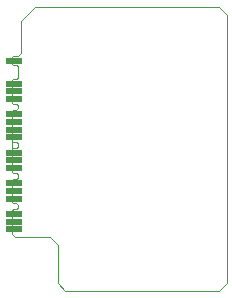
<source format=gbs>
G04 EAGLE Gerber X2 export*
%TF.Part,Single*%
%TF.FileFunction,Other,solder mask bottom*%
%TF.FilePolarity,Positive*%
%TF.GenerationSoftware,Autodesk,EAGLE,9.6.2*%
%TF.CreationDate,2021-06-26T12:46:15Z*%
G75*
%MOMM*%
%FSLAX34Y34*%
%LPD*%
%INsolder mask bottom*%
%AMOC8*
5,1,8,0,0,1.08239X$1,22.5*%
G01*
%ADD10C,0.000000*%
%ADD11R,1.451600X0.551600*%


D10*
X0Y-36000D02*
X3000Y-39000D01*
X32500Y-39000D01*
X39000Y-45500D01*
X39000Y-78000D01*
X45500Y-84500D01*
X175500Y-84500D01*
X182000Y-78000D01*
X182000Y149500D01*
X1000Y114500D02*
X0Y113500D01*
X0Y107500D01*
X0Y94000D02*
X0Y75000D01*
X1000Y74000D01*
X4000Y74000D01*
X5000Y73000D01*
X5000Y70000D02*
X4000Y69000D01*
X1000Y69000D01*
X0Y68000D01*
X5000Y70000D02*
X5000Y73000D01*
X0Y68000D02*
X0Y42500D01*
X1000Y41500D01*
X4000Y41500D01*
X5000Y40500D01*
X5000Y37500D02*
X4000Y36500D01*
X1000Y36500D01*
X0Y35500D01*
X5000Y37500D02*
X5000Y40500D01*
X0Y42000D02*
X0Y35500D01*
X0Y16500D02*
X1000Y15500D01*
X4000Y15500D01*
X5000Y14500D01*
X5000Y11500D02*
X4000Y10500D01*
X1000Y10500D01*
X0Y9500D01*
X5000Y11500D02*
X5000Y14500D01*
X0Y-16500D02*
X0Y-36000D01*
X0Y-9500D02*
X0Y9500D01*
X0Y16500D02*
X0Y35500D01*
X0Y-9500D02*
X1000Y-10500D01*
X4000Y-10500D02*
X5000Y-11500D01*
X4000Y-10500D02*
X1000Y-10500D01*
X5000Y-11500D02*
X5000Y-14500D01*
X4000Y-15500D01*
X1000Y-15500D01*
X0Y-16500D01*
X1000Y106500D02*
X0Y107500D01*
X1000Y106500D02*
X4000Y106500D01*
X5000Y105500D01*
X5000Y96000D01*
X4000Y95000D01*
X1000Y95000D01*
X0Y94000D01*
X1000Y114500D02*
X5000Y114500D01*
X7500Y117000D01*
X7500Y144000D01*
X19500Y156000D01*
X175500Y156000D01*
X182000Y149500D01*
D11*
X2000Y91000D03*
X2000Y84500D03*
X2000Y78000D03*
X2000Y65000D03*
X2000Y58500D03*
X2000Y52000D03*
X2000Y45500D03*
X2000Y32500D03*
X2000Y26000D03*
X2000Y19500D03*
X2000Y6500D03*
X2000Y0D03*
X2000Y-6500D03*
X2000Y-19500D03*
X2000Y-26000D03*
X2000Y-32500D03*
X2000Y110500D03*
M02*

</source>
